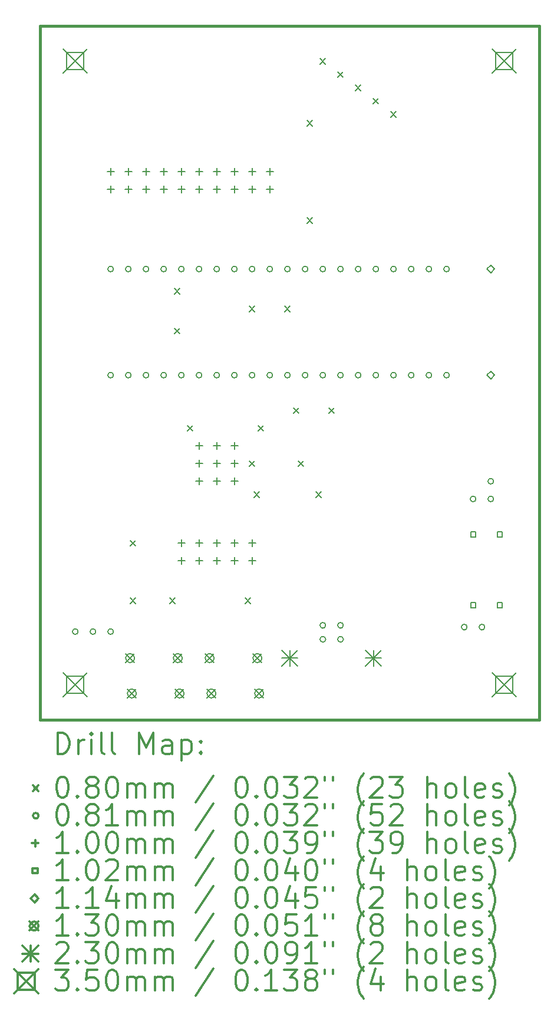
<source format=gbr>
%FSLAX45Y45*%
G04 Gerber Fmt 4.5, Leading zero omitted, Abs format (unit mm)*
G04 Created by KiCad (PCBNEW 4.0.5+dfsg1-4) date Wed May 24 13:42:25 2017*
%MOMM*%
%LPD*%
G01*
G04 APERTURE LIST*
%ADD10C,0.127000*%
%ADD11C,0.381000*%
%ADD12C,0.200000*%
%ADD13C,0.300000*%
G04 APERTURE END LIST*
D10*
D11*
X9144000Y-13970000D02*
X16319500Y-13970000D01*
X9144000Y-4000500D02*
X16319500Y-4000500D01*
X16319500Y-13970000D02*
X16319500Y-4000500D01*
X9144000Y-13970000D02*
X9144000Y-4000500D01*
D12*
X10437495Y-11389995D02*
X10517505Y-11470005D01*
X10517505Y-11389995D02*
X10437495Y-11470005D01*
X10437495Y-12215495D02*
X10517505Y-12295505D01*
X10517505Y-12215495D02*
X10437495Y-12295505D01*
X11008995Y-12215495D02*
X11089005Y-12295505D01*
X11089005Y-12215495D02*
X11008995Y-12295505D01*
X11072495Y-7770495D02*
X11152505Y-7850505D01*
X11152505Y-7770495D02*
X11072495Y-7850505D01*
X11072495Y-8341995D02*
X11152505Y-8422005D01*
X11152505Y-8341995D02*
X11072495Y-8422005D01*
X11262995Y-9738995D02*
X11343005Y-9819005D01*
X11343005Y-9738995D02*
X11262995Y-9819005D01*
X12088495Y-12215495D02*
X12168505Y-12295505D01*
X12168505Y-12215495D02*
X12088495Y-12295505D01*
X12151995Y-8024495D02*
X12232005Y-8104505D01*
X12232005Y-8024495D02*
X12151995Y-8104505D01*
X12151995Y-10246995D02*
X12232005Y-10327005D01*
X12232005Y-10246995D02*
X12151995Y-10327005D01*
X12215495Y-10691495D02*
X12295505Y-10771505D01*
X12295505Y-10691495D02*
X12215495Y-10771505D01*
X12278995Y-9738995D02*
X12359005Y-9819005D01*
X12359005Y-9738995D02*
X12278995Y-9819005D01*
X12659995Y-8024495D02*
X12740005Y-8104505D01*
X12740005Y-8024495D02*
X12659995Y-8104505D01*
X12786995Y-9484995D02*
X12867005Y-9565005D01*
X12867005Y-9484995D02*
X12786995Y-9565005D01*
X12850495Y-10246995D02*
X12930505Y-10327005D01*
X12930505Y-10246995D02*
X12850495Y-10327005D01*
X12977495Y-5357495D02*
X13057505Y-5437505D01*
X13057505Y-5357495D02*
X12977495Y-5437505D01*
X12977495Y-6754495D02*
X13057505Y-6834505D01*
X13057505Y-6754495D02*
X12977495Y-6834505D01*
X13104495Y-10691495D02*
X13184505Y-10771505D01*
X13184505Y-10691495D02*
X13104495Y-10771505D01*
X13167995Y-4468495D02*
X13248005Y-4548505D01*
X13248005Y-4468495D02*
X13167995Y-4548505D01*
X13294995Y-9484995D02*
X13375005Y-9565005D01*
X13375005Y-9484995D02*
X13294995Y-9565005D01*
X13421995Y-4658995D02*
X13502005Y-4739005D01*
X13502005Y-4658995D02*
X13421995Y-4739005D01*
X13675995Y-4849495D02*
X13756005Y-4929505D01*
X13756005Y-4849495D02*
X13675995Y-4929505D01*
X13929995Y-5039995D02*
X14010005Y-5120005D01*
X14010005Y-5039995D02*
X13929995Y-5120005D01*
X14183995Y-5230495D02*
X14264005Y-5310505D01*
X14264005Y-5230495D02*
X14183995Y-5310505D01*
X9692640Y-12700000D02*
G75*
G03X9692640Y-12700000I-40640J0D01*
G01*
X9946640Y-12700000D02*
G75*
G03X9946640Y-12700000I-40640J0D01*
G01*
X10200640Y-7493000D02*
G75*
G03X10200640Y-7493000I-40640J0D01*
G01*
X10200640Y-9017000D02*
G75*
G03X10200640Y-9017000I-40640J0D01*
G01*
X10200640Y-12700000D02*
G75*
G03X10200640Y-12700000I-40640J0D01*
G01*
X10454640Y-7493000D02*
G75*
G03X10454640Y-7493000I-40640J0D01*
G01*
X10454640Y-9017000D02*
G75*
G03X10454640Y-9017000I-40640J0D01*
G01*
X10708640Y-7493000D02*
G75*
G03X10708640Y-7493000I-40640J0D01*
G01*
X10708640Y-9017000D02*
G75*
G03X10708640Y-9017000I-40640J0D01*
G01*
X10962640Y-7493000D02*
G75*
G03X10962640Y-7493000I-40640J0D01*
G01*
X10962640Y-9017000D02*
G75*
G03X10962640Y-9017000I-40640J0D01*
G01*
X11216640Y-7493000D02*
G75*
G03X11216640Y-7493000I-40640J0D01*
G01*
X11216640Y-9017000D02*
G75*
G03X11216640Y-9017000I-40640J0D01*
G01*
X11470640Y-7493000D02*
G75*
G03X11470640Y-7493000I-40640J0D01*
G01*
X11470640Y-9017000D02*
G75*
G03X11470640Y-9017000I-40640J0D01*
G01*
X11724640Y-7493000D02*
G75*
G03X11724640Y-7493000I-40640J0D01*
G01*
X11724640Y-9017000D02*
G75*
G03X11724640Y-9017000I-40640J0D01*
G01*
X11978640Y-7493000D02*
G75*
G03X11978640Y-7493000I-40640J0D01*
G01*
X11978640Y-9017000D02*
G75*
G03X11978640Y-9017000I-40640J0D01*
G01*
X12232640Y-7493000D02*
G75*
G03X12232640Y-7493000I-40640J0D01*
G01*
X12232640Y-9017000D02*
G75*
G03X12232640Y-9017000I-40640J0D01*
G01*
X12486640Y-7493000D02*
G75*
G03X12486640Y-7493000I-40640J0D01*
G01*
X12486640Y-9017000D02*
G75*
G03X12486640Y-9017000I-40640J0D01*
G01*
X12740640Y-7493000D02*
G75*
G03X12740640Y-7493000I-40640J0D01*
G01*
X12740640Y-9017000D02*
G75*
G03X12740640Y-9017000I-40640J0D01*
G01*
X12994640Y-7493000D02*
G75*
G03X12994640Y-7493000I-40640J0D01*
G01*
X12994640Y-9017000D02*
G75*
G03X12994640Y-9017000I-40640J0D01*
G01*
X13248640Y-7493000D02*
G75*
G03X13248640Y-7493000I-40640J0D01*
G01*
X13248640Y-9017000D02*
G75*
G03X13248640Y-9017000I-40640J0D01*
G01*
X13248640Y-12611100D02*
G75*
G03X13248640Y-12611100I-40640J0D01*
G01*
X13248640Y-12810998D02*
G75*
G03X13248640Y-12810998I-40640J0D01*
G01*
X13502640Y-7493000D02*
G75*
G03X13502640Y-7493000I-40640J0D01*
G01*
X13502640Y-9017000D02*
G75*
G03X13502640Y-9017000I-40640J0D01*
G01*
X13502640Y-12611100D02*
G75*
G03X13502640Y-12611100I-40640J0D01*
G01*
X13502640Y-12810998D02*
G75*
G03X13502640Y-12810998I-40640J0D01*
G01*
X13756640Y-7493000D02*
G75*
G03X13756640Y-7493000I-40640J0D01*
G01*
X13756640Y-9017000D02*
G75*
G03X13756640Y-9017000I-40640J0D01*
G01*
X14010640Y-7493000D02*
G75*
G03X14010640Y-7493000I-40640J0D01*
G01*
X14010640Y-9017000D02*
G75*
G03X14010640Y-9017000I-40640J0D01*
G01*
X14264640Y-7493000D02*
G75*
G03X14264640Y-7493000I-40640J0D01*
G01*
X14264640Y-9017000D02*
G75*
G03X14264640Y-9017000I-40640J0D01*
G01*
X14518640Y-7493000D02*
G75*
G03X14518640Y-7493000I-40640J0D01*
G01*
X14518640Y-9017000D02*
G75*
G03X14518640Y-9017000I-40640J0D01*
G01*
X14772640Y-7493000D02*
G75*
G03X14772640Y-7493000I-40640J0D01*
G01*
X14772640Y-9017000D02*
G75*
G03X14772640Y-9017000I-40640J0D01*
G01*
X15026640Y-7493000D02*
G75*
G03X15026640Y-7493000I-40640J0D01*
G01*
X15026640Y-9017000D02*
G75*
G03X15026640Y-9017000I-40640J0D01*
G01*
X15280640Y-12636500D02*
G75*
G03X15280640Y-12636500I-40640J0D01*
G01*
X15407640Y-10795000D02*
G75*
G03X15407640Y-10795000I-40640J0D01*
G01*
X15534640Y-12636500D02*
G75*
G03X15534640Y-12636500I-40640J0D01*
G01*
X15661640Y-10541000D02*
G75*
G03X15661640Y-10541000I-40640J0D01*
G01*
X15661640Y-10795000D02*
G75*
G03X15661640Y-10795000I-40640J0D01*
G01*
X10160000Y-6045962D02*
X10160000Y-6146038D01*
X10109962Y-6096000D02*
X10210038Y-6096000D01*
X10160000Y-6299962D02*
X10160000Y-6400038D01*
X10109962Y-6350000D02*
X10210038Y-6350000D01*
X10414000Y-6045962D02*
X10414000Y-6146038D01*
X10363962Y-6096000D02*
X10464038Y-6096000D01*
X10414000Y-6299962D02*
X10414000Y-6400038D01*
X10363962Y-6350000D02*
X10464038Y-6350000D01*
X10668000Y-6045962D02*
X10668000Y-6146038D01*
X10617962Y-6096000D02*
X10718038Y-6096000D01*
X10668000Y-6299962D02*
X10668000Y-6400038D01*
X10617962Y-6350000D02*
X10718038Y-6350000D01*
X10922000Y-6045962D02*
X10922000Y-6146038D01*
X10871962Y-6096000D02*
X10972038Y-6096000D01*
X10922000Y-6299962D02*
X10922000Y-6400038D01*
X10871962Y-6350000D02*
X10972038Y-6350000D01*
X11176000Y-6045962D02*
X11176000Y-6146038D01*
X11125962Y-6096000D02*
X11226038Y-6096000D01*
X11176000Y-6299962D02*
X11176000Y-6400038D01*
X11125962Y-6350000D02*
X11226038Y-6350000D01*
X11176000Y-11379962D02*
X11176000Y-11480038D01*
X11125962Y-11430000D02*
X11226038Y-11430000D01*
X11176000Y-11633962D02*
X11176000Y-11734038D01*
X11125962Y-11684000D02*
X11226038Y-11684000D01*
X11430000Y-6045962D02*
X11430000Y-6146038D01*
X11379962Y-6096000D02*
X11480038Y-6096000D01*
X11430000Y-6299962D02*
X11430000Y-6400038D01*
X11379962Y-6350000D02*
X11480038Y-6350000D01*
X11430000Y-9982962D02*
X11430000Y-10083038D01*
X11379962Y-10033000D02*
X11480038Y-10033000D01*
X11430000Y-10236962D02*
X11430000Y-10337038D01*
X11379962Y-10287000D02*
X11480038Y-10287000D01*
X11430000Y-10490962D02*
X11430000Y-10591038D01*
X11379962Y-10541000D02*
X11480038Y-10541000D01*
X11430000Y-11379962D02*
X11430000Y-11480038D01*
X11379962Y-11430000D02*
X11480038Y-11430000D01*
X11430000Y-11633962D02*
X11430000Y-11734038D01*
X11379962Y-11684000D02*
X11480038Y-11684000D01*
X11684000Y-6045962D02*
X11684000Y-6146038D01*
X11633962Y-6096000D02*
X11734038Y-6096000D01*
X11684000Y-6299962D02*
X11684000Y-6400038D01*
X11633962Y-6350000D02*
X11734038Y-6350000D01*
X11684000Y-9982962D02*
X11684000Y-10083038D01*
X11633962Y-10033000D02*
X11734038Y-10033000D01*
X11684000Y-10236962D02*
X11684000Y-10337038D01*
X11633962Y-10287000D02*
X11734038Y-10287000D01*
X11684000Y-10490962D02*
X11684000Y-10591038D01*
X11633962Y-10541000D02*
X11734038Y-10541000D01*
X11684000Y-11379962D02*
X11684000Y-11480038D01*
X11633962Y-11430000D02*
X11734038Y-11430000D01*
X11684000Y-11633962D02*
X11684000Y-11734038D01*
X11633962Y-11684000D02*
X11734038Y-11684000D01*
X11938000Y-6045962D02*
X11938000Y-6146038D01*
X11887962Y-6096000D02*
X11988038Y-6096000D01*
X11938000Y-6299962D02*
X11938000Y-6400038D01*
X11887962Y-6350000D02*
X11988038Y-6350000D01*
X11938000Y-9982962D02*
X11938000Y-10083038D01*
X11887962Y-10033000D02*
X11988038Y-10033000D01*
X11938000Y-10236962D02*
X11938000Y-10337038D01*
X11887962Y-10287000D02*
X11988038Y-10287000D01*
X11938000Y-10490962D02*
X11938000Y-10591038D01*
X11887962Y-10541000D02*
X11988038Y-10541000D01*
X11938000Y-11379962D02*
X11938000Y-11480038D01*
X11887962Y-11430000D02*
X11988038Y-11430000D01*
X11938000Y-11633962D02*
X11938000Y-11734038D01*
X11887962Y-11684000D02*
X11988038Y-11684000D01*
X12192000Y-6045962D02*
X12192000Y-6146038D01*
X12141962Y-6096000D02*
X12242038Y-6096000D01*
X12192000Y-6299962D02*
X12192000Y-6400038D01*
X12141962Y-6350000D02*
X12242038Y-6350000D01*
X12192000Y-11379962D02*
X12192000Y-11480038D01*
X12141962Y-11430000D02*
X12242038Y-11430000D01*
X12192000Y-11633962D02*
X12192000Y-11734038D01*
X12141962Y-11684000D02*
X12242038Y-11684000D01*
X12446000Y-6045962D02*
X12446000Y-6146038D01*
X12395962Y-6096000D02*
X12496038Y-6096000D01*
X12446000Y-6299962D02*
X12446000Y-6400038D01*
X12395962Y-6350000D02*
X12496038Y-6350000D01*
X15402921Y-11338921D02*
X15402921Y-11267079D01*
X15331079Y-11267079D01*
X15331079Y-11338921D01*
X15402921Y-11338921D01*
X15402921Y-12354921D02*
X15402921Y-12283079D01*
X15331079Y-12283079D01*
X15331079Y-12354921D01*
X15402921Y-12354921D01*
X15783921Y-11338921D02*
X15783921Y-11267079D01*
X15712079Y-11267079D01*
X15712079Y-11338921D01*
X15783921Y-11338921D01*
X15783921Y-12354921D02*
X15783921Y-12283079D01*
X15712079Y-12283079D01*
X15712079Y-12354921D01*
X15783921Y-12354921D01*
X15621000Y-7550150D02*
X15678150Y-7493000D01*
X15621000Y-7435850D01*
X15563850Y-7493000D01*
X15621000Y-7550150D01*
X15621000Y-9074150D02*
X15678150Y-9017000D01*
X15621000Y-8959850D01*
X15563850Y-9017000D01*
X15621000Y-9074150D01*
X10374376Y-13015976D02*
X10504424Y-13146024D01*
X10504424Y-13015976D02*
X10374376Y-13146024D01*
X10504424Y-13081000D02*
G75*
G03X10504424Y-13081000I-65024J0D01*
G01*
X10399776Y-13523976D02*
X10529824Y-13654024D01*
X10529824Y-13523976D02*
X10399776Y-13654024D01*
X10529824Y-13589000D02*
G75*
G03X10529824Y-13589000I-65024J0D01*
G01*
X11060176Y-13015976D02*
X11190224Y-13146024D01*
X11190224Y-13015976D02*
X11060176Y-13146024D01*
X11190224Y-13081000D02*
G75*
G03X11190224Y-13081000I-65024J0D01*
G01*
X11085576Y-13523976D02*
X11215624Y-13654024D01*
X11215624Y-13523976D02*
X11085576Y-13654024D01*
X11215624Y-13589000D02*
G75*
G03X11215624Y-13589000I-65024J0D01*
G01*
X11517376Y-13015976D02*
X11647424Y-13146024D01*
X11647424Y-13015976D02*
X11517376Y-13146024D01*
X11647424Y-13081000D02*
G75*
G03X11647424Y-13081000I-65024J0D01*
G01*
X11542776Y-13523976D02*
X11672824Y-13654024D01*
X11672824Y-13523976D02*
X11542776Y-13654024D01*
X11672824Y-13589000D02*
G75*
G03X11672824Y-13589000I-65024J0D01*
G01*
X12203176Y-13015976D02*
X12333224Y-13146024D01*
X12333224Y-13015976D02*
X12203176Y-13146024D01*
X12333224Y-13081000D02*
G75*
G03X12333224Y-13081000I-65024J0D01*
G01*
X12228576Y-13523976D02*
X12358624Y-13654024D01*
X12358624Y-13523976D02*
X12228576Y-13654024D01*
X12358624Y-13589000D02*
G75*
G03X12358624Y-13589000I-65024J0D01*
G01*
X12619990Y-12965938D02*
X12850114Y-13196062D01*
X12850114Y-12965938D02*
X12619990Y-13196062D01*
X12735052Y-12965938D02*
X12735052Y-13196062D01*
X12619990Y-13081000D02*
X12850114Y-13081000D01*
X13819886Y-12965938D02*
X14050010Y-13196062D01*
X14050010Y-12965938D02*
X13819886Y-13196062D01*
X13934948Y-12965938D02*
X13934948Y-13196062D01*
X13819886Y-13081000D02*
X14050010Y-13081000D01*
X9476994Y-4333494D02*
X9827006Y-4683506D01*
X9827006Y-4333494D02*
X9476994Y-4683506D01*
X9775749Y-4632249D02*
X9775749Y-4384751D01*
X9528251Y-4384751D01*
X9528251Y-4632249D01*
X9775749Y-4632249D01*
X9476994Y-13286994D02*
X9827006Y-13637006D01*
X9827006Y-13286994D02*
X9476994Y-13637006D01*
X9775749Y-13585749D02*
X9775749Y-13338251D01*
X9528251Y-13338251D01*
X9528251Y-13585749D01*
X9775749Y-13585749D01*
X15636494Y-4333494D02*
X15986506Y-4683506D01*
X15986506Y-4333494D02*
X15636494Y-4683506D01*
X15935249Y-4632249D02*
X15935249Y-4384751D01*
X15687751Y-4384751D01*
X15687751Y-4632249D01*
X15935249Y-4632249D01*
X15636494Y-13286994D02*
X15986506Y-13637006D01*
X15986506Y-13286994D02*
X15636494Y-13637006D01*
X15935249Y-13585749D02*
X15935249Y-13338251D01*
X15687751Y-13338251D01*
X15687751Y-13585749D01*
X15935249Y-13585749D01*
D13*
X9396379Y-14454764D02*
X9396379Y-14154764D01*
X9467807Y-14154764D01*
X9510664Y-14169050D01*
X9539236Y-14197621D01*
X9553521Y-14226193D01*
X9567807Y-14283336D01*
X9567807Y-14326193D01*
X9553521Y-14383336D01*
X9539236Y-14411907D01*
X9510664Y-14440479D01*
X9467807Y-14454764D01*
X9396379Y-14454764D01*
X9696379Y-14454764D02*
X9696379Y-14254764D01*
X9696379Y-14311907D02*
X9710664Y-14283336D01*
X9724950Y-14269050D01*
X9753521Y-14254764D01*
X9782093Y-14254764D01*
X9882093Y-14454764D02*
X9882093Y-14254764D01*
X9882093Y-14154764D02*
X9867807Y-14169050D01*
X9882093Y-14183336D01*
X9896379Y-14169050D01*
X9882093Y-14154764D01*
X9882093Y-14183336D01*
X10067807Y-14454764D02*
X10039236Y-14440479D01*
X10024950Y-14411907D01*
X10024950Y-14154764D01*
X10224950Y-14454764D02*
X10196379Y-14440479D01*
X10182093Y-14411907D01*
X10182093Y-14154764D01*
X10567807Y-14454764D02*
X10567807Y-14154764D01*
X10667807Y-14369050D01*
X10767807Y-14154764D01*
X10767807Y-14454764D01*
X11039236Y-14454764D02*
X11039236Y-14297621D01*
X11024950Y-14269050D01*
X10996379Y-14254764D01*
X10939236Y-14254764D01*
X10910664Y-14269050D01*
X11039236Y-14440479D02*
X11010664Y-14454764D01*
X10939236Y-14454764D01*
X10910664Y-14440479D01*
X10896379Y-14411907D01*
X10896379Y-14383336D01*
X10910664Y-14354764D01*
X10939236Y-14340479D01*
X11010664Y-14340479D01*
X11039236Y-14326193D01*
X11182093Y-14254764D02*
X11182093Y-14554764D01*
X11182093Y-14269050D02*
X11210664Y-14254764D01*
X11267807Y-14254764D01*
X11296378Y-14269050D01*
X11310664Y-14283336D01*
X11324950Y-14311907D01*
X11324950Y-14397621D01*
X11310664Y-14426193D01*
X11296378Y-14440479D01*
X11267807Y-14454764D01*
X11210664Y-14454764D01*
X11182093Y-14440479D01*
X11453521Y-14426193D02*
X11467807Y-14440479D01*
X11453521Y-14454764D01*
X11439236Y-14440479D01*
X11453521Y-14426193D01*
X11453521Y-14454764D01*
X11453521Y-14269050D02*
X11467807Y-14283336D01*
X11453521Y-14297621D01*
X11439236Y-14283336D01*
X11453521Y-14269050D01*
X11453521Y-14297621D01*
X9044940Y-14909045D02*
X9124950Y-14989055D01*
X9124950Y-14909045D02*
X9044940Y-14989055D01*
X9453521Y-14784764D02*
X9482093Y-14784764D01*
X9510664Y-14799050D01*
X9524950Y-14813336D01*
X9539236Y-14841907D01*
X9553521Y-14899050D01*
X9553521Y-14970479D01*
X9539236Y-15027621D01*
X9524950Y-15056193D01*
X9510664Y-15070479D01*
X9482093Y-15084764D01*
X9453521Y-15084764D01*
X9424950Y-15070479D01*
X9410664Y-15056193D01*
X9396379Y-15027621D01*
X9382093Y-14970479D01*
X9382093Y-14899050D01*
X9396379Y-14841907D01*
X9410664Y-14813336D01*
X9424950Y-14799050D01*
X9453521Y-14784764D01*
X9682093Y-15056193D02*
X9696379Y-15070479D01*
X9682093Y-15084764D01*
X9667807Y-15070479D01*
X9682093Y-15056193D01*
X9682093Y-15084764D01*
X9867807Y-14913336D02*
X9839236Y-14899050D01*
X9824950Y-14884764D01*
X9810664Y-14856193D01*
X9810664Y-14841907D01*
X9824950Y-14813336D01*
X9839236Y-14799050D01*
X9867807Y-14784764D01*
X9924950Y-14784764D01*
X9953521Y-14799050D01*
X9967807Y-14813336D01*
X9982093Y-14841907D01*
X9982093Y-14856193D01*
X9967807Y-14884764D01*
X9953521Y-14899050D01*
X9924950Y-14913336D01*
X9867807Y-14913336D01*
X9839236Y-14927621D01*
X9824950Y-14941907D01*
X9810664Y-14970479D01*
X9810664Y-15027621D01*
X9824950Y-15056193D01*
X9839236Y-15070479D01*
X9867807Y-15084764D01*
X9924950Y-15084764D01*
X9953521Y-15070479D01*
X9967807Y-15056193D01*
X9982093Y-15027621D01*
X9982093Y-14970479D01*
X9967807Y-14941907D01*
X9953521Y-14927621D01*
X9924950Y-14913336D01*
X10167807Y-14784764D02*
X10196379Y-14784764D01*
X10224950Y-14799050D01*
X10239236Y-14813336D01*
X10253521Y-14841907D01*
X10267807Y-14899050D01*
X10267807Y-14970479D01*
X10253521Y-15027621D01*
X10239236Y-15056193D01*
X10224950Y-15070479D01*
X10196379Y-15084764D01*
X10167807Y-15084764D01*
X10139236Y-15070479D01*
X10124950Y-15056193D01*
X10110664Y-15027621D01*
X10096379Y-14970479D01*
X10096379Y-14899050D01*
X10110664Y-14841907D01*
X10124950Y-14813336D01*
X10139236Y-14799050D01*
X10167807Y-14784764D01*
X10396379Y-15084764D02*
X10396379Y-14884764D01*
X10396379Y-14913336D02*
X10410664Y-14899050D01*
X10439236Y-14884764D01*
X10482093Y-14884764D01*
X10510664Y-14899050D01*
X10524950Y-14927621D01*
X10524950Y-15084764D01*
X10524950Y-14927621D02*
X10539236Y-14899050D01*
X10567807Y-14884764D01*
X10610664Y-14884764D01*
X10639236Y-14899050D01*
X10653521Y-14927621D01*
X10653521Y-15084764D01*
X10796379Y-15084764D02*
X10796379Y-14884764D01*
X10796379Y-14913336D02*
X10810664Y-14899050D01*
X10839236Y-14884764D01*
X10882093Y-14884764D01*
X10910664Y-14899050D01*
X10924950Y-14927621D01*
X10924950Y-15084764D01*
X10924950Y-14927621D02*
X10939236Y-14899050D01*
X10967807Y-14884764D01*
X11010664Y-14884764D01*
X11039236Y-14899050D01*
X11053521Y-14927621D01*
X11053521Y-15084764D01*
X11639236Y-14770479D02*
X11382093Y-15156193D01*
X12024950Y-14784764D02*
X12053521Y-14784764D01*
X12082093Y-14799050D01*
X12096378Y-14813336D01*
X12110664Y-14841907D01*
X12124950Y-14899050D01*
X12124950Y-14970479D01*
X12110664Y-15027621D01*
X12096378Y-15056193D01*
X12082093Y-15070479D01*
X12053521Y-15084764D01*
X12024950Y-15084764D01*
X11996378Y-15070479D01*
X11982093Y-15056193D01*
X11967807Y-15027621D01*
X11953521Y-14970479D01*
X11953521Y-14899050D01*
X11967807Y-14841907D01*
X11982093Y-14813336D01*
X11996378Y-14799050D01*
X12024950Y-14784764D01*
X12253521Y-15056193D02*
X12267807Y-15070479D01*
X12253521Y-15084764D01*
X12239236Y-15070479D01*
X12253521Y-15056193D01*
X12253521Y-15084764D01*
X12453521Y-14784764D02*
X12482093Y-14784764D01*
X12510664Y-14799050D01*
X12524950Y-14813336D01*
X12539235Y-14841907D01*
X12553521Y-14899050D01*
X12553521Y-14970479D01*
X12539235Y-15027621D01*
X12524950Y-15056193D01*
X12510664Y-15070479D01*
X12482093Y-15084764D01*
X12453521Y-15084764D01*
X12424950Y-15070479D01*
X12410664Y-15056193D01*
X12396378Y-15027621D01*
X12382093Y-14970479D01*
X12382093Y-14899050D01*
X12396378Y-14841907D01*
X12410664Y-14813336D01*
X12424950Y-14799050D01*
X12453521Y-14784764D01*
X12653521Y-14784764D02*
X12839235Y-14784764D01*
X12739235Y-14899050D01*
X12782093Y-14899050D01*
X12810664Y-14913336D01*
X12824950Y-14927621D01*
X12839235Y-14956193D01*
X12839235Y-15027621D01*
X12824950Y-15056193D01*
X12810664Y-15070479D01*
X12782093Y-15084764D01*
X12696378Y-15084764D01*
X12667807Y-15070479D01*
X12653521Y-15056193D01*
X12953521Y-14813336D02*
X12967807Y-14799050D01*
X12996378Y-14784764D01*
X13067807Y-14784764D01*
X13096378Y-14799050D01*
X13110664Y-14813336D01*
X13124950Y-14841907D01*
X13124950Y-14870479D01*
X13110664Y-14913336D01*
X12939235Y-15084764D01*
X13124950Y-15084764D01*
X13239236Y-14784764D02*
X13239236Y-14841907D01*
X13353521Y-14784764D02*
X13353521Y-14841907D01*
X13796378Y-15199050D02*
X13782093Y-15184764D01*
X13753521Y-15141907D01*
X13739235Y-15113336D01*
X13724950Y-15070479D01*
X13710664Y-14999050D01*
X13710664Y-14941907D01*
X13724950Y-14870479D01*
X13739235Y-14827621D01*
X13753521Y-14799050D01*
X13782093Y-14756193D01*
X13796378Y-14741907D01*
X13896378Y-14813336D02*
X13910664Y-14799050D01*
X13939235Y-14784764D01*
X14010664Y-14784764D01*
X14039235Y-14799050D01*
X14053521Y-14813336D01*
X14067807Y-14841907D01*
X14067807Y-14870479D01*
X14053521Y-14913336D01*
X13882093Y-15084764D01*
X14067807Y-15084764D01*
X14167807Y-14784764D02*
X14353521Y-14784764D01*
X14253521Y-14899050D01*
X14296378Y-14899050D01*
X14324950Y-14913336D01*
X14339235Y-14927621D01*
X14353521Y-14956193D01*
X14353521Y-15027621D01*
X14339235Y-15056193D01*
X14324950Y-15070479D01*
X14296378Y-15084764D01*
X14210664Y-15084764D01*
X14182093Y-15070479D01*
X14167807Y-15056193D01*
X14710664Y-15084764D02*
X14710664Y-14784764D01*
X14839235Y-15084764D02*
X14839235Y-14927621D01*
X14824950Y-14899050D01*
X14796378Y-14884764D01*
X14753521Y-14884764D01*
X14724950Y-14899050D01*
X14710664Y-14913336D01*
X15024950Y-15084764D02*
X14996378Y-15070479D01*
X14982093Y-15056193D01*
X14967807Y-15027621D01*
X14967807Y-14941907D01*
X14982093Y-14913336D01*
X14996378Y-14899050D01*
X15024950Y-14884764D01*
X15067807Y-14884764D01*
X15096378Y-14899050D01*
X15110664Y-14913336D01*
X15124950Y-14941907D01*
X15124950Y-15027621D01*
X15110664Y-15056193D01*
X15096378Y-15070479D01*
X15067807Y-15084764D01*
X15024950Y-15084764D01*
X15296378Y-15084764D02*
X15267807Y-15070479D01*
X15253521Y-15041907D01*
X15253521Y-14784764D01*
X15524950Y-15070479D02*
X15496378Y-15084764D01*
X15439236Y-15084764D01*
X15410664Y-15070479D01*
X15396378Y-15041907D01*
X15396378Y-14927621D01*
X15410664Y-14899050D01*
X15439236Y-14884764D01*
X15496378Y-14884764D01*
X15524950Y-14899050D01*
X15539236Y-14927621D01*
X15539236Y-14956193D01*
X15396378Y-14984764D01*
X15653521Y-15070479D02*
X15682093Y-15084764D01*
X15739236Y-15084764D01*
X15767807Y-15070479D01*
X15782093Y-15041907D01*
X15782093Y-15027621D01*
X15767807Y-14999050D01*
X15739236Y-14984764D01*
X15696378Y-14984764D01*
X15667807Y-14970479D01*
X15653521Y-14941907D01*
X15653521Y-14927621D01*
X15667807Y-14899050D01*
X15696378Y-14884764D01*
X15739236Y-14884764D01*
X15767807Y-14899050D01*
X15882093Y-15199050D02*
X15896378Y-15184764D01*
X15924950Y-15141907D01*
X15939236Y-15113336D01*
X15953521Y-15070479D01*
X15967807Y-14999050D01*
X15967807Y-14941907D01*
X15953521Y-14870479D01*
X15939236Y-14827621D01*
X15924950Y-14799050D01*
X15896378Y-14756193D01*
X15882093Y-14741907D01*
X9124950Y-15345050D02*
G75*
G03X9124950Y-15345050I-40640J0D01*
G01*
X9453521Y-15180764D02*
X9482093Y-15180764D01*
X9510664Y-15195050D01*
X9524950Y-15209336D01*
X9539236Y-15237907D01*
X9553521Y-15295050D01*
X9553521Y-15366479D01*
X9539236Y-15423621D01*
X9524950Y-15452193D01*
X9510664Y-15466479D01*
X9482093Y-15480764D01*
X9453521Y-15480764D01*
X9424950Y-15466479D01*
X9410664Y-15452193D01*
X9396379Y-15423621D01*
X9382093Y-15366479D01*
X9382093Y-15295050D01*
X9396379Y-15237907D01*
X9410664Y-15209336D01*
X9424950Y-15195050D01*
X9453521Y-15180764D01*
X9682093Y-15452193D02*
X9696379Y-15466479D01*
X9682093Y-15480764D01*
X9667807Y-15466479D01*
X9682093Y-15452193D01*
X9682093Y-15480764D01*
X9867807Y-15309336D02*
X9839236Y-15295050D01*
X9824950Y-15280764D01*
X9810664Y-15252193D01*
X9810664Y-15237907D01*
X9824950Y-15209336D01*
X9839236Y-15195050D01*
X9867807Y-15180764D01*
X9924950Y-15180764D01*
X9953521Y-15195050D01*
X9967807Y-15209336D01*
X9982093Y-15237907D01*
X9982093Y-15252193D01*
X9967807Y-15280764D01*
X9953521Y-15295050D01*
X9924950Y-15309336D01*
X9867807Y-15309336D01*
X9839236Y-15323621D01*
X9824950Y-15337907D01*
X9810664Y-15366479D01*
X9810664Y-15423621D01*
X9824950Y-15452193D01*
X9839236Y-15466479D01*
X9867807Y-15480764D01*
X9924950Y-15480764D01*
X9953521Y-15466479D01*
X9967807Y-15452193D01*
X9982093Y-15423621D01*
X9982093Y-15366479D01*
X9967807Y-15337907D01*
X9953521Y-15323621D01*
X9924950Y-15309336D01*
X10267807Y-15480764D02*
X10096379Y-15480764D01*
X10182093Y-15480764D02*
X10182093Y-15180764D01*
X10153521Y-15223621D01*
X10124950Y-15252193D01*
X10096379Y-15266479D01*
X10396379Y-15480764D02*
X10396379Y-15280764D01*
X10396379Y-15309336D02*
X10410664Y-15295050D01*
X10439236Y-15280764D01*
X10482093Y-15280764D01*
X10510664Y-15295050D01*
X10524950Y-15323621D01*
X10524950Y-15480764D01*
X10524950Y-15323621D02*
X10539236Y-15295050D01*
X10567807Y-15280764D01*
X10610664Y-15280764D01*
X10639236Y-15295050D01*
X10653521Y-15323621D01*
X10653521Y-15480764D01*
X10796379Y-15480764D02*
X10796379Y-15280764D01*
X10796379Y-15309336D02*
X10810664Y-15295050D01*
X10839236Y-15280764D01*
X10882093Y-15280764D01*
X10910664Y-15295050D01*
X10924950Y-15323621D01*
X10924950Y-15480764D01*
X10924950Y-15323621D02*
X10939236Y-15295050D01*
X10967807Y-15280764D01*
X11010664Y-15280764D01*
X11039236Y-15295050D01*
X11053521Y-15323621D01*
X11053521Y-15480764D01*
X11639236Y-15166479D02*
X11382093Y-15552193D01*
X12024950Y-15180764D02*
X12053521Y-15180764D01*
X12082093Y-15195050D01*
X12096378Y-15209336D01*
X12110664Y-15237907D01*
X12124950Y-15295050D01*
X12124950Y-15366479D01*
X12110664Y-15423621D01*
X12096378Y-15452193D01*
X12082093Y-15466479D01*
X12053521Y-15480764D01*
X12024950Y-15480764D01*
X11996378Y-15466479D01*
X11982093Y-15452193D01*
X11967807Y-15423621D01*
X11953521Y-15366479D01*
X11953521Y-15295050D01*
X11967807Y-15237907D01*
X11982093Y-15209336D01*
X11996378Y-15195050D01*
X12024950Y-15180764D01*
X12253521Y-15452193D02*
X12267807Y-15466479D01*
X12253521Y-15480764D01*
X12239236Y-15466479D01*
X12253521Y-15452193D01*
X12253521Y-15480764D01*
X12453521Y-15180764D02*
X12482093Y-15180764D01*
X12510664Y-15195050D01*
X12524950Y-15209336D01*
X12539235Y-15237907D01*
X12553521Y-15295050D01*
X12553521Y-15366479D01*
X12539235Y-15423621D01*
X12524950Y-15452193D01*
X12510664Y-15466479D01*
X12482093Y-15480764D01*
X12453521Y-15480764D01*
X12424950Y-15466479D01*
X12410664Y-15452193D01*
X12396378Y-15423621D01*
X12382093Y-15366479D01*
X12382093Y-15295050D01*
X12396378Y-15237907D01*
X12410664Y-15209336D01*
X12424950Y-15195050D01*
X12453521Y-15180764D01*
X12653521Y-15180764D02*
X12839235Y-15180764D01*
X12739235Y-15295050D01*
X12782093Y-15295050D01*
X12810664Y-15309336D01*
X12824950Y-15323621D01*
X12839235Y-15352193D01*
X12839235Y-15423621D01*
X12824950Y-15452193D01*
X12810664Y-15466479D01*
X12782093Y-15480764D01*
X12696378Y-15480764D01*
X12667807Y-15466479D01*
X12653521Y-15452193D01*
X12953521Y-15209336D02*
X12967807Y-15195050D01*
X12996378Y-15180764D01*
X13067807Y-15180764D01*
X13096378Y-15195050D01*
X13110664Y-15209336D01*
X13124950Y-15237907D01*
X13124950Y-15266479D01*
X13110664Y-15309336D01*
X12939235Y-15480764D01*
X13124950Y-15480764D01*
X13239236Y-15180764D02*
X13239236Y-15237907D01*
X13353521Y-15180764D02*
X13353521Y-15237907D01*
X13796378Y-15595050D02*
X13782093Y-15580764D01*
X13753521Y-15537907D01*
X13739235Y-15509336D01*
X13724950Y-15466479D01*
X13710664Y-15395050D01*
X13710664Y-15337907D01*
X13724950Y-15266479D01*
X13739235Y-15223621D01*
X13753521Y-15195050D01*
X13782093Y-15152193D01*
X13796378Y-15137907D01*
X14053521Y-15180764D02*
X13910664Y-15180764D01*
X13896378Y-15323621D01*
X13910664Y-15309336D01*
X13939235Y-15295050D01*
X14010664Y-15295050D01*
X14039235Y-15309336D01*
X14053521Y-15323621D01*
X14067807Y-15352193D01*
X14067807Y-15423621D01*
X14053521Y-15452193D01*
X14039235Y-15466479D01*
X14010664Y-15480764D01*
X13939235Y-15480764D01*
X13910664Y-15466479D01*
X13896378Y-15452193D01*
X14182093Y-15209336D02*
X14196378Y-15195050D01*
X14224950Y-15180764D01*
X14296378Y-15180764D01*
X14324950Y-15195050D01*
X14339235Y-15209336D01*
X14353521Y-15237907D01*
X14353521Y-15266479D01*
X14339235Y-15309336D01*
X14167807Y-15480764D01*
X14353521Y-15480764D01*
X14710664Y-15480764D02*
X14710664Y-15180764D01*
X14839235Y-15480764D02*
X14839235Y-15323621D01*
X14824950Y-15295050D01*
X14796378Y-15280764D01*
X14753521Y-15280764D01*
X14724950Y-15295050D01*
X14710664Y-15309336D01*
X15024950Y-15480764D02*
X14996378Y-15466479D01*
X14982093Y-15452193D01*
X14967807Y-15423621D01*
X14967807Y-15337907D01*
X14982093Y-15309336D01*
X14996378Y-15295050D01*
X15024950Y-15280764D01*
X15067807Y-15280764D01*
X15096378Y-15295050D01*
X15110664Y-15309336D01*
X15124950Y-15337907D01*
X15124950Y-15423621D01*
X15110664Y-15452193D01*
X15096378Y-15466479D01*
X15067807Y-15480764D01*
X15024950Y-15480764D01*
X15296378Y-15480764D02*
X15267807Y-15466479D01*
X15253521Y-15437907D01*
X15253521Y-15180764D01*
X15524950Y-15466479D02*
X15496378Y-15480764D01*
X15439236Y-15480764D01*
X15410664Y-15466479D01*
X15396378Y-15437907D01*
X15396378Y-15323621D01*
X15410664Y-15295050D01*
X15439236Y-15280764D01*
X15496378Y-15280764D01*
X15524950Y-15295050D01*
X15539236Y-15323621D01*
X15539236Y-15352193D01*
X15396378Y-15380764D01*
X15653521Y-15466479D02*
X15682093Y-15480764D01*
X15739236Y-15480764D01*
X15767807Y-15466479D01*
X15782093Y-15437907D01*
X15782093Y-15423621D01*
X15767807Y-15395050D01*
X15739236Y-15380764D01*
X15696378Y-15380764D01*
X15667807Y-15366479D01*
X15653521Y-15337907D01*
X15653521Y-15323621D01*
X15667807Y-15295050D01*
X15696378Y-15280764D01*
X15739236Y-15280764D01*
X15767807Y-15295050D01*
X15882093Y-15595050D02*
X15896378Y-15580764D01*
X15924950Y-15537907D01*
X15939236Y-15509336D01*
X15953521Y-15466479D01*
X15967807Y-15395050D01*
X15967807Y-15337907D01*
X15953521Y-15266479D01*
X15939236Y-15223621D01*
X15924950Y-15195050D01*
X15896378Y-15152193D01*
X15882093Y-15137907D01*
X9074912Y-15691012D02*
X9074912Y-15791088D01*
X9024874Y-15741050D02*
X9124950Y-15741050D01*
X9553521Y-15876764D02*
X9382093Y-15876764D01*
X9467807Y-15876764D02*
X9467807Y-15576764D01*
X9439236Y-15619621D01*
X9410664Y-15648193D01*
X9382093Y-15662479D01*
X9682093Y-15848193D02*
X9696379Y-15862479D01*
X9682093Y-15876764D01*
X9667807Y-15862479D01*
X9682093Y-15848193D01*
X9682093Y-15876764D01*
X9882093Y-15576764D02*
X9910664Y-15576764D01*
X9939236Y-15591050D01*
X9953521Y-15605336D01*
X9967807Y-15633907D01*
X9982093Y-15691050D01*
X9982093Y-15762479D01*
X9967807Y-15819621D01*
X9953521Y-15848193D01*
X9939236Y-15862479D01*
X9910664Y-15876764D01*
X9882093Y-15876764D01*
X9853521Y-15862479D01*
X9839236Y-15848193D01*
X9824950Y-15819621D01*
X9810664Y-15762479D01*
X9810664Y-15691050D01*
X9824950Y-15633907D01*
X9839236Y-15605336D01*
X9853521Y-15591050D01*
X9882093Y-15576764D01*
X10167807Y-15576764D02*
X10196379Y-15576764D01*
X10224950Y-15591050D01*
X10239236Y-15605336D01*
X10253521Y-15633907D01*
X10267807Y-15691050D01*
X10267807Y-15762479D01*
X10253521Y-15819621D01*
X10239236Y-15848193D01*
X10224950Y-15862479D01*
X10196379Y-15876764D01*
X10167807Y-15876764D01*
X10139236Y-15862479D01*
X10124950Y-15848193D01*
X10110664Y-15819621D01*
X10096379Y-15762479D01*
X10096379Y-15691050D01*
X10110664Y-15633907D01*
X10124950Y-15605336D01*
X10139236Y-15591050D01*
X10167807Y-15576764D01*
X10396379Y-15876764D02*
X10396379Y-15676764D01*
X10396379Y-15705336D02*
X10410664Y-15691050D01*
X10439236Y-15676764D01*
X10482093Y-15676764D01*
X10510664Y-15691050D01*
X10524950Y-15719621D01*
X10524950Y-15876764D01*
X10524950Y-15719621D02*
X10539236Y-15691050D01*
X10567807Y-15676764D01*
X10610664Y-15676764D01*
X10639236Y-15691050D01*
X10653521Y-15719621D01*
X10653521Y-15876764D01*
X10796379Y-15876764D02*
X10796379Y-15676764D01*
X10796379Y-15705336D02*
X10810664Y-15691050D01*
X10839236Y-15676764D01*
X10882093Y-15676764D01*
X10910664Y-15691050D01*
X10924950Y-15719621D01*
X10924950Y-15876764D01*
X10924950Y-15719621D02*
X10939236Y-15691050D01*
X10967807Y-15676764D01*
X11010664Y-15676764D01*
X11039236Y-15691050D01*
X11053521Y-15719621D01*
X11053521Y-15876764D01*
X11639236Y-15562479D02*
X11382093Y-15948193D01*
X12024950Y-15576764D02*
X12053521Y-15576764D01*
X12082093Y-15591050D01*
X12096378Y-15605336D01*
X12110664Y-15633907D01*
X12124950Y-15691050D01*
X12124950Y-15762479D01*
X12110664Y-15819621D01*
X12096378Y-15848193D01*
X12082093Y-15862479D01*
X12053521Y-15876764D01*
X12024950Y-15876764D01*
X11996378Y-15862479D01*
X11982093Y-15848193D01*
X11967807Y-15819621D01*
X11953521Y-15762479D01*
X11953521Y-15691050D01*
X11967807Y-15633907D01*
X11982093Y-15605336D01*
X11996378Y-15591050D01*
X12024950Y-15576764D01*
X12253521Y-15848193D02*
X12267807Y-15862479D01*
X12253521Y-15876764D01*
X12239236Y-15862479D01*
X12253521Y-15848193D01*
X12253521Y-15876764D01*
X12453521Y-15576764D02*
X12482093Y-15576764D01*
X12510664Y-15591050D01*
X12524950Y-15605336D01*
X12539235Y-15633907D01*
X12553521Y-15691050D01*
X12553521Y-15762479D01*
X12539235Y-15819621D01*
X12524950Y-15848193D01*
X12510664Y-15862479D01*
X12482093Y-15876764D01*
X12453521Y-15876764D01*
X12424950Y-15862479D01*
X12410664Y-15848193D01*
X12396378Y-15819621D01*
X12382093Y-15762479D01*
X12382093Y-15691050D01*
X12396378Y-15633907D01*
X12410664Y-15605336D01*
X12424950Y-15591050D01*
X12453521Y-15576764D01*
X12653521Y-15576764D02*
X12839235Y-15576764D01*
X12739235Y-15691050D01*
X12782093Y-15691050D01*
X12810664Y-15705336D01*
X12824950Y-15719621D01*
X12839235Y-15748193D01*
X12839235Y-15819621D01*
X12824950Y-15848193D01*
X12810664Y-15862479D01*
X12782093Y-15876764D01*
X12696378Y-15876764D01*
X12667807Y-15862479D01*
X12653521Y-15848193D01*
X12982093Y-15876764D02*
X13039235Y-15876764D01*
X13067807Y-15862479D01*
X13082093Y-15848193D01*
X13110664Y-15805336D01*
X13124950Y-15748193D01*
X13124950Y-15633907D01*
X13110664Y-15605336D01*
X13096378Y-15591050D01*
X13067807Y-15576764D01*
X13010664Y-15576764D01*
X12982093Y-15591050D01*
X12967807Y-15605336D01*
X12953521Y-15633907D01*
X12953521Y-15705336D01*
X12967807Y-15733907D01*
X12982093Y-15748193D01*
X13010664Y-15762479D01*
X13067807Y-15762479D01*
X13096378Y-15748193D01*
X13110664Y-15733907D01*
X13124950Y-15705336D01*
X13239236Y-15576764D02*
X13239236Y-15633907D01*
X13353521Y-15576764D02*
X13353521Y-15633907D01*
X13796378Y-15991050D02*
X13782093Y-15976764D01*
X13753521Y-15933907D01*
X13739235Y-15905336D01*
X13724950Y-15862479D01*
X13710664Y-15791050D01*
X13710664Y-15733907D01*
X13724950Y-15662479D01*
X13739235Y-15619621D01*
X13753521Y-15591050D01*
X13782093Y-15548193D01*
X13796378Y-15533907D01*
X13882093Y-15576764D02*
X14067807Y-15576764D01*
X13967807Y-15691050D01*
X14010664Y-15691050D01*
X14039235Y-15705336D01*
X14053521Y-15719621D01*
X14067807Y-15748193D01*
X14067807Y-15819621D01*
X14053521Y-15848193D01*
X14039235Y-15862479D01*
X14010664Y-15876764D01*
X13924950Y-15876764D01*
X13896378Y-15862479D01*
X13882093Y-15848193D01*
X14210664Y-15876764D02*
X14267807Y-15876764D01*
X14296378Y-15862479D01*
X14310664Y-15848193D01*
X14339235Y-15805336D01*
X14353521Y-15748193D01*
X14353521Y-15633907D01*
X14339235Y-15605336D01*
X14324950Y-15591050D01*
X14296378Y-15576764D01*
X14239235Y-15576764D01*
X14210664Y-15591050D01*
X14196378Y-15605336D01*
X14182093Y-15633907D01*
X14182093Y-15705336D01*
X14196378Y-15733907D01*
X14210664Y-15748193D01*
X14239235Y-15762479D01*
X14296378Y-15762479D01*
X14324950Y-15748193D01*
X14339235Y-15733907D01*
X14353521Y-15705336D01*
X14710664Y-15876764D02*
X14710664Y-15576764D01*
X14839235Y-15876764D02*
X14839235Y-15719621D01*
X14824950Y-15691050D01*
X14796378Y-15676764D01*
X14753521Y-15676764D01*
X14724950Y-15691050D01*
X14710664Y-15705336D01*
X15024950Y-15876764D02*
X14996378Y-15862479D01*
X14982093Y-15848193D01*
X14967807Y-15819621D01*
X14967807Y-15733907D01*
X14982093Y-15705336D01*
X14996378Y-15691050D01*
X15024950Y-15676764D01*
X15067807Y-15676764D01*
X15096378Y-15691050D01*
X15110664Y-15705336D01*
X15124950Y-15733907D01*
X15124950Y-15819621D01*
X15110664Y-15848193D01*
X15096378Y-15862479D01*
X15067807Y-15876764D01*
X15024950Y-15876764D01*
X15296378Y-15876764D02*
X15267807Y-15862479D01*
X15253521Y-15833907D01*
X15253521Y-15576764D01*
X15524950Y-15862479D02*
X15496378Y-15876764D01*
X15439236Y-15876764D01*
X15410664Y-15862479D01*
X15396378Y-15833907D01*
X15396378Y-15719621D01*
X15410664Y-15691050D01*
X15439236Y-15676764D01*
X15496378Y-15676764D01*
X15524950Y-15691050D01*
X15539236Y-15719621D01*
X15539236Y-15748193D01*
X15396378Y-15776764D01*
X15653521Y-15862479D02*
X15682093Y-15876764D01*
X15739236Y-15876764D01*
X15767807Y-15862479D01*
X15782093Y-15833907D01*
X15782093Y-15819621D01*
X15767807Y-15791050D01*
X15739236Y-15776764D01*
X15696378Y-15776764D01*
X15667807Y-15762479D01*
X15653521Y-15733907D01*
X15653521Y-15719621D01*
X15667807Y-15691050D01*
X15696378Y-15676764D01*
X15739236Y-15676764D01*
X15767807Y-15691050D01*
X15882093Y-15991050D02*
X15896378Y-15976764D01*
X15924950Y-15933907D01*
X15939236Y-15905336D01*
X15953521Y-15862479D01*
X15967807Y-15791050D01*
X15967807Y-15733907D01*
X15953521Y-15662479D01*
X15939236Y-15619621D01*
X15924950Y-15591050D01*
X15896378Y-15548193D01*
X15882093Y-15533907D01*
X9110071Y-16172971D02*
X9110071Y-16101129D01*
X9038229Y-16101129D01*
X9038229Y-16172971D01*
X9110071Y-16172971D01*
X9553521Y-16272764D02*
X9382093Y-16272764D01*
X9467807Y-16272764D02*
X9467807Y-15972764D01*
X9439236Y-16015621D01*
X9410664Y-16044193D01*
X9382093Y-16058479D01*
X9682093Y-16244193D02*
X9696379Y-16258479D01*
X9682093Y-16272764D01*
X9667807Y-16258479D01*
X9682093Y-16244193D01*
X9682093Y-16272764D01*
X9882093Y-15972764D02*
X9910664Y-15972764D01*
X9939236Y-15987050D01*
X9953521Y-16001336D01*
X9967807Y-16029907D01*
X9982093Y-16087050D01*
X9982093Y-16158479D01*
X9967807Y-16215621D01*
X9953521Y-16244193D01*
X9939236Y-16258479D01*
X9910664Y-16272764D01*
X9882093Y-16272764D01*
X9853521Y-16258479D01*
X9839236Y-16244193D01*
X9824950Y-16215621D01*
X9810664Y-16158479D01*
X9810664Y-16087050D01*
X9824950Y-16029907D01*
X9839236Y-16001336D01*
X9853521Y-15987050D01*
X9882093Y-15972764D01*
X10096379Y-16001336D02*
X10110664Y-15987050D01*
X10139236Y-15972764D01*
X10210664Y-15972764D01*
X10239236Y-15987050D01*
X10253521Y-16001336D01*
X10267807Y-16029907D01*
X10267807Y-16058479D01*
X10253521Y-16101336D01*
X10082093Y-16272764D01*
X10267807Y-16272764D01*
X10396379Y-16272764D02*
X10396379Y-16072764D01*
X10396379Y-16101336D02*
X10410664Y-16087050D01*
X10439236Y-16072764D01*
X10482093Y-16072764D01*
X10510664Y-16087050D01*
X10524950Y-16115621D01*
X10524950Y-16272764D01*
X10524950Y-16115621D02*
X10539236Y-16087050D01*
X10567807Y-16072764D01*
X10610664Y-16072764D01*
X10639236Y-16087050D01*
X10653521Y-16115621D01*
X10653521Y-16272764D01*
X10796379Y-16272764D02*
X10796379Y-16072764D01*
X10796379Y-16101336D02*
X10810664Y-16087050D01*
X10839236Y-16072764D01*
X10882093Y-16072764D01*
X10910664Y-16087050D01*
X10924950Y-16115621D01*
X10924950Y-16272764D01*
X10924950Y-16115621D02*
X10939236Y-16087050D01*
X10967807Y-16072764D01*
X11010664Y-16072764D01*
X11039236Y-16087050D01*
X11053521Y-16115621D01*
X11053521Y-16272764D01*
X11639236Y-15958479D02*
X11382093Y-16344193D01*
X12024950Y-15972764D02*
X12053521Y-15972764D01*
X12082093Y-15987050D01*
X12096378Y-16001336D01*
X12110664Y-16029907D01*
X12124950Y-16087050D01*
X12124950Y-16158479D01*
X12110664Y-16215621D01*
X12096378Y-16244193D01*
X12082093Y-16258479D01*
X12053521Y-16272764D01*
X12024950Y-16272764D01*
X11996378Y-16258479D01*
X11982093Y-16244193D01*
X11967807Y-16215621D01*
X11953521Y-16158479D01*
X11953521Y-16087050D01*
X11967807Y-16029907D01*
X11982093Y-16001336D01*
X11996378Y-15987050D01*
X12024950Y-15972764D01*
X12253521Y-16244193D02*
X12267807Y-16258479D01*
X12253521Y-16272764D01*
X12239236Y-16258479D01*
X12253521Y-16244193D01*
X12253521Y-16272764D01*
X12453521Y-15972764D02*
X12482093Y-15972764D01*
X12510664Y-15987050D01*
X12524950Y-16001336D01*
X12539235Y-16029907D01*
X12553521Y-16087050D01*
X12553521Y-16158479D01*
X12539235Y-16215621D01*
X12524950Y-16244193D01*
X12510664Y-16258479D01*
X12482093Y-16272764D01*
X12453521Y-16272764D01*
X12424950Y-16258479D01*
X12410664Y-16244193D01*
X12396378Y-16215621D01*
X12382093Y-16158479D01*
X12382093Y-16087050D01*
X12396378Y-16029907D01*
X12410664Y-16001336D01*
X12424950Y-15987050D01*
X12453521Y-15972764D01*
X12810664Y-16072764D02*
X12810664Y-16272764D01*
X12739235Y-15958479D02*
X12667807Y-16172764D01*
X12853521Y-16172764D01*
X13024950Y-15972764D02*
X13053521Y-15972764D01*
X13082093Y-15987050D01*
X13096378Y-16001336D01*
X13110664Y-16029907D01*
X13124950Y-16087050D01*
X13124950Y-16158479D01*
X13110664Y-16215621D01*
X13096378Y-16244193D01*
X13082093Y-16258479D01*
X13053521Y-16272764D01*
X13024950Y-16272764D01*
X12996378Y-16258479D01*
X12982093Y-16244193D01*
X12967807Y-16215621D01*
X12953521Y-16158479D01*
X12953521Y-16087050D01*
X12967807Y-16029907D01*
X12982093Y-16001336D01*
X12996378Y-15987050D01*
X13024950Y-15972764D01*
X13239236Y-15972764D02*
X13239236Y-16029907D01*
X13353521Y-15972764D02*
X13353521Y-16029907D01*
X13796378Y-16387050D02*
X13782093Y-16372764D01*
X13753521Y-16329907D01*
X13739235Y-16301336D01*
X13724950Y-16258479D01*
X13710664Y-16187050D01*
X13710664Y-16129907D01*
X13724950Y-16058479D01*
X13739235Y-16015621D01*
X13753521Y-15987050D01*
X13782093Y-15944193D01*
X13796378Y-15929907D01*
X14039235Y-16072764D02*
X14039235Y-16272764D01*
X13967807Y-15958479D02*
X13896378Y-16172764D01*
X14082093Y-16172764D01*
X14424950Y-16272764D02*
X14424950Y-15972764D01*
X14553521Y-16272764D02*
X14553521Y-16115621D01*
X14539235Y-16087050D01*
X14510664Y-16072764D01*
X14467807Y-16072764D01*
X14439235Y-16087050D01*
X14424950Y-16101336D01*
X14739235Y-16272764D02*
X14710664Y-16258479D01*
X14696378Y-16244193D01*
X14682093Y-16215621D01*
X14682093Y-16129907D01*
X14696378Y-16101336D01*
X14710664Y-16087050D01*
X14739235Y-16072764D01*
X14782093Y-16072764D01*
X14810664Y-16087050D01*
X14824950Y-16101336D01*
X14839235Y-16129907D01*
X14839235Y-16215621D01*
X14824950Y-16244193D01*
X14810664Y-16258479D01*
X14782093Y-16272764D01*
X14739235Y-16272764D01*
X15010664Y-16272764D02*
X14982093Y-16258479D01*
X14967807Y-16229907D01*
X14967807Y-15972764D01*
X15239236Y-16258479D02*
X15210664Y-16272764D01*
X15153521Y-16272764D01*
X15124950Y-16258479D01*
X15110664Y-16229907D01*
X15110664Y-16115621D01*
X15124950Y-16087050D01*
X15153521Y-16072764D01*
X15210664Y-16072764D01*
X15239236Y-16087050D01*
X15253521Y-16115621D01*
X15253521Y-16144193D01*
X15110664Y-16172764D01*
X15367807Y-16258479D02*
X15396378Y-16272764D01*
X15453521Y-16272764D01*
X15482093Y-16258479D01*
X15496378Y-16229907D01*
X15496378Y-16215621D01*
X15482093Y-16187050D01*
X15453521Y-16172764D01*
X15410664Y-16172764D01*
X15382093Y-16158479D01*
X15367807Y-16129907D01*
X15367807Y-16115621D01*
X15382093Y-16087050D01*
X15410664Y-16072764D01*
X15453521Y-16072764D01*
X15482093Y-16087050D01*
X15596378Y-16387050D02*
X15610664Y-16372764D01*
X15639236Y-16329907D01*
X15653521Y-16301336D01*
X15667807Y-16258479D01*
X15682093Y-16187050D01*
X15682093Y-16129907D01*
X15667807Y-16058479D01*
X15653521Y-16015621D01*
X15639236Y-15987050D01*
X15610664Y-15944193D01*
X15596378Y-15929907D01*
X9067800Y-16590200D02*
X9124950Y-16533050D01*
X9067800Y-16475900D01*
X9010650Y-16533050D01*
X9067800Y-16590200D01*
X9553521Y-16668764D02*
X9382093Y-16668764D01*
X9467807Y-16668764D02*
X9467807Y-16368764D01*
X9439236Y-16411621D01*
X9410664Y-16440193D01*
X9382093Y-16454479D01*
X9682093Y-16640193D02*
X9696379Y-16654479D01*
X9682093Y-16668764D01*
X9667807Y-16654479D01*
X9682093Y-16640193D01*
X9682093Y-16668764D01*
X9982093Y-16668764D02*
X9810664Y-16668764D01*
X9896378Y-16668764D02*
X9896378Y-16368764D01*
X9867807Y-16411621D01*
X9839236Y-16440193D01*
X9810664Y-16454479D01*
X10239236Y-16468764D02*
X10239236Y-16668764D01*
X10167807Y-16354479D02*
X10096379Y-16568764D01*
X10282093Y-16568764D01*
X10396379Y-16668764D02*
X10396379Y-16468764D01*
X10396379Y-16497336D02*
X10410664Y-16483050D01*
X10439236Y-16468764D01*
X10482093Y-16468764D01*
X10510664Y-16483050D01*
X10524950Y-16511621D01*
X10524950Y-16668764D01*
X10524950Y-16511621D02*
X10539236Y-16483050D01*
X10567807Y-16468764D01*
X10610664Y-16468764D01*
X10639236Y-16483050D01*
X10653521Y-16511621D01*
X10653521Y-16668764D01*
X10796379Y-16668764D02*
X10796379Y-16468764D01*
X10796379Y-16497336D02*
X10810664Y-16483050D01*
X10839236Y-16468764D01*
X10882093Y-16468764D01*
X10910664Y-16483050D01*
X10924950Y-16511621D01*
X10924950Y-16668764D01*
X10924950Y-16511621D02*
X10939236Y-16483050D01*
X10967807Y-16468764D01*
X11010664Y-16468764D01*
X11039236Y-16483050D01*
X11053521Y-16511621D01*
X11053521Y-16668764D01*
X11639236Y-16354479D02*
X11382093Y-16740193D01*
X12024950Y-16368764D02*
X12053521Y-16368764D01*
X12082093Y-16383050D01*
X12096378Y-16397336D01*
X12110664Y-16425907D01*
X12124950Y-16483050D01*
X12124950Y-16554479D01*
X12110664Y-16611621D01*
X12096378Y-16640193D01*
X12082093Y-16654479D01*
X12053521Y-16668764D01*
X12024950Y-16668764D01*
X11996378Y-16654479D01*
X11982093Y-16640193D01*
X11967807Y-16611621D01*
X11953521Y-16554479D01*
X11953521Y-16483050D01*
X11967807Y-16425907D01*
X11982093Y-16397336D01*
X11996378Y-16383050D01*
X12024950Y-16368764D01*
X12253521Y-16640193D02*
X12267807Y-16654479D01*
X12253521Y-16668764D01*
X12239236Y-16654479D01*
X12253521Y-16640193D01*
X12253521Y-16668764D01*
X12453521Y-16368764D02*
X12482093Y-16368764D01*
X12510664Y-16383050D01*
X12524950Y-16397336D01*
X12539235Y-16425907D01*
X12553521Y-16483050D01*
X12553521Y-16554479D01*
X12539235Y-16611621D01*
X12524950Y-16640193D01*
X12510664Y-16654479D01*
X12482093Y-16668764D01*
X12453521Y-16668764D01*
X12424950Y-16654479D01*
X12410664Y-16640193D01*
X12396378Y-16611621D01*
X12382093Y-16554479D01*
X12382093Y-16483050D01*
X12396378Y-16425907D01*
X12410664Y-16397336D01*
X12424950Y-16383050D01*
X12453521Y-16368764D01*
X12810664Y-16468764D02*
X12810664Y-16668764D01*
X12739235Y-16354479D02*
X12667807Y-16568764D01*
X12853521Y-16568764D01*
X13110664Y-16368764D02*
X12967807Y-16368764D01*
X12953521Y-16511621D01*
X12967807Y-16497336D01*
X12996378Y-16483050D01*
X13067807Y-16483050D01*
X13096378Y-16497336D01*
X13110664Y-16511621D01*
X13124950Y-16540193D01*
X13124950Y-16611621D01*
X13110664Y-16640193D01*
X13096378Y-16654479D01*
X13067807Y-16668764D01*
X12996378Y-16668764D01*
X12967807Y-16654479D01*
X12953521Y-16640193D01*
X13239236Y-16368764D02*
X13239236Y-16425907D01*
X13353521Y-16368764D02*
X13353521Y-16425907D01*
X13796378Y-16783050D02*
X13782093Y-16768764D01*
X13753521Y-16725907D01*
X13739235Y-16697336D01*
X13724950Y-16654479D01*
X13710664Y-16583050D01*
X13710664Y-16525907D01*
X13724950Y-16454479D01*
X13739235Y-16411621D01*
X13753521Y-16383050D01*
X13782093Y-16340193D01*
X13796378Y-16325907D01*
X13896378Y-16397336D02*
X13910664Y-16383050D01*
X13939235Y-16368764D01*
X14010664Y-16368764D01*
X14039235Y-16383050D01*
X14053521Y-16397336D01*
X14067807Y-16425907D01*
X14067807Y-16454479D01*
X14053521Y-16497336D01*
X13882093Y-16668764D01*
X14067807Y-16668764D01*
X14424950Y-16668764D02*
X14424950Y-16368764D01*
X14553521Y-16668764D02*
X14553521Y-16511621D01*
X14539235Y-16483050D01*
X14510664Y-16468764D01*
X14467807Y-16468764D01*
X14439235Y-16483050D01*
X14424950Y-16497336D01*
X14739235Y-16668764D02*
X14710664Y-16654479D01*
X14696378Y-16640193D01*
X14682093Y-16611621D01*
X14682093Y-16525907D01*
X14696378Y-16497336D01*
X14710664Y-16483050D01*
X14739235Y-16468764D01*
X14782093Y-16468764D01*
X14810664Y-16483050D01*
X14824950Y-16497336D01*
X14839235Y-16525907D01*
X14839235Y-16611621D01*
X14824950Y-16640193D01*
X14810664Y-16654479D01*
X14782093Y-16668764D01*
X14739235Y-16668764D01*
X15010664Y-16668764D02*
X14982093Y-16654479D01*
X14967807Y-16625907D01*
X14967807Y-16368764D01*
X15239236Y-16654479D02*
X15210664Y-16668764D01*
X15153521Y-16668764D01*
X15124950Y-16654479D01*
X15110664Y-16625907D01*
X15110664Y-16511621D01*
X15124950Y-16483050D01*
X15153521Y-16468764D01*
X15210664Y-16468764D01*
X15239236Y-16483050D01*
X15253521Y-16511621D01*
X15253521Y-16540193D01*
X15110664Y-16568764D01*
X15367807Y-16654479D02*
X15396378Y-16668764D01*
X15453521Y-16668764D01*
X15482093Y-16654479D01*
X15496378Y-16625907D01*
X15496378Y-16611621D01*
X15482093Y-16583050D01*
X15453521Y-16568764D01*
X15410664Y-16568764D01*
X15382093Y-16554479D01*
X15367807Y-16525907D01*
X15367807Y-16511621D01*
X15382093Y-16483050D01*
X15410664Y-16468764D01*
X15453521Y-16468764D01*
X15482093Y-16483050D01*
X15596378Y-16783050D02*
X15610664Y-16768764D01*
X15639236Y-16725907D01*
X15653521Y-16697336D01*
X15667807Y-16654479D01*
X15682093Y-16583050D01*
X15682093Y-16525907D01*
X15667807Y-16454479D01*
X15653521Y-16411621D01*
X15639236Y-16383050D01*
X15610664Y-16340193D01*
X15596378Y-16325907D01*
X8994902Y-16864026D02*
X9124950Y-16994074D01*
X9124950Y-16864026D02*
X8994902Y-16994074D01*
X9124950Y-16929050D02*
G75*
G03X9124950Y-16929050I-65024J0D01*
G01*
X9553521Y-17064764D02*
X9382093Y-17064764D01*
X9467807Y-17064764D02*
X9467807Y-16764764D01*
X9439236Y-16807622D01*
X9410664Y-16836193D01*
X9382093Y-16850479D01*
X9682093Y-17036193D02*
X9696379Y-17050479D01*
X9682093Y-17064764D01*
X9667807Y-17050479D01*
X9682093Y-17036193D01*
X9682093Y-17064764D01*
X9796378Y-16764764D02*
X9982093Y-16764764D01*
X9882093Y-16879050D01*
X9924950Y-16879050D01*
X9953521Y-16893336D01*
X9967807Y-16907622D01*
X9982093Y-16936193D01*
X9982093Y-17007622D01*
X9967807Y-17036193D01*
X9953521Y-17050479D01*
X9924950Y-17064764D01*
X9839236Y-17064764D01*
X9810664Y-17050479D01*
X9796378Y-17036193D01*
X10167807Y-16764764D02*
X10196379Y-16764764D01*
X10224950Y-16779050D01*
X10239236Y-16793336D01*
X10253521Y-16821907D01*
X10267807Y-16879050D01*
X10267807Y-16950479D01*
X10253521Y-17007622D01*
X10239236Y-17036193D01*
X10224950Y-17050479D01*
X10196379Y-17064764D01*
X10167807Y-17064764D01*
X10139236Y-17050479D01*
X10124950Y-17036193D01*
X10110664Y-17007622D01*
X10096379Y-16950479D01*
X10096379Y-16879050D01*
X10110664Y-16821907D01*
X10124950Y-16793336D01*
X10139236Y-16779050D01*
X10167807Y-16764764D01*
X10396379Y-17064764D02*
X10396379Y-16864764D01*
X10396379Y-16893336D02*
X10410664Y-16879050D01*
X10439236Y-16864764D01*
X10482093Y-16864764D01*
X10510664Y-16879050D01*
X10524950Y-16907622D01*
X10524950Y-17064764D01*
X10524950Y-16907622D02*
X10539236Y-16879050D01*
X10567807Y-16864764D01*
X10610664Y-16864764D01*
X10639236Y-16879050D01*
X10653521Y-16907622D01*
X10653521Y-17064764D01*
X10796379Y-17064764D02*
X10796379Y-16864764D01*
X10796379Y-16893336D02*
X10810664Y-16879050D01*
X10839236Y-16864764D01*
X10882093Y-16864764D01*
X10910664Y-16879050D01*
X10924950Y-16907622D01*
X10924950Y-17064764D01*
X10924950Y-16907622D02*
X10939236Y-16879050D01*
X10967807Y-16864764D01*
X11010664Y-16864764D01*
X11039236Y-16879050D01*
X11053521Y-16907622D01*
X11053521Y-17064764D01*
X11639236Y-16750479D02*
X11382093Y-17136193D01*
X12024950Y-16764764D02*
X12053521Y-16764764D01*
X12082093Y-16779050D01*
X12096378Y-16793336D01*
X12110664Y-16821907D01*
X12124950Y-16879050D01*
X12124950Y-16950479D01*
X12110664Y-17007622D01*
X12096378Y-17036193D01*
X12082093Y-17050479D01*
X12053521Y-17064764D01*
X12024950Y-17064764D01*
X11996378Y-17050479D01*
X11982093Y-17036193D01*
X11967807Y-17007622D01*
X11953521Y-16950479D01*
X11953521Y-16879050D01*
X11967807Y-16821907D01*
X11982093Y-16793336D01*
X11996378Y-16779050D01*
X12024950Y-16764764D01*
X12253521Y-17036193D02*
X12267807Y-17050479D01*
X12253521Y-17064764D01*
X12239236Y-17050479D01*
X12253521Y-17036193D01*
X12253521Y-17064764D01*
X12453521Y-16764764D02*
X12482093Y-16764764D01*
X12510664Y-16779050D01*
X12524950Y-16793336D01*
X12539235Y-16821907D01*
X12553521Y-16879050D01*
X12553521Y-16950479D01*
X12539235Y-17007622D01*
X12524950Y-17036193D01*
X12510664Y-17050479D01*
X12482093Y-17064764D01*
X12453521Y-17064764D01*
X12424950Y-17050479D01*
X12410664Y-17036193D01*
X12396378Y-17007622D01*
X12382093Y-16950479D01*
X12382093Y-16879050D01*
X12396378Y-16821907D01*
X12410664Y-16793336D01*
X12424950Y-16779050D01*
X12453521Y-16764764D01*
X12824950Y-16764764D02*
X12682093Y-16764764D01*
X12667807Y-16907622D01*
X12682093Y-16893336D01*
X12710664Y-16879050D01*
X12782093Y-16879050D01*
X12810664Y-16893336D01*
X12824950Y-16907622D01*
X12839235Y-16936193D01*
X12839235Y-17007622D01*
X12824950Y-17036193D01*
X12810664Y-17050479D01*
X12782093Y-17064764D01*
X12710664Y-17064764D01*
X12682093Y-17050479D01*
X12667807Y-17036193D01*
X13124950Y-17064764D02*
X12953521Y-17064764D01*
X13039235Y-17064764D02*
X13039235Y-16764764D01*
X13010664Y-16807622D01*
X12982093Y-16836193D01*
X12953521Y-16850479D01*
X13239236Y-16764764D02*
X13239236Y-16821907D01*
X13353521Y-16764764D02*
X13353521Y-16821907D01*
X13796378Y-17179050D02*
X13782093Y-17164764D01*
X13753521Y-17121907D01*
X13739235Y-17093336D01*
X13724950Y-17050479D01*
X13710664Y-16979050D01*
X13710664Y-16921907D01*
X13724950Y-16850479D01*
X13739235Y-16807622D01*
X13753521Y-16779050D01*
X13782093Y-16736193D01*
X13796378Y-16721907D01*
X13953521Y-16893336D02*
X13924950Y-16879050D01*
X13910664Y-16864764D01*
X13896378Y-16836193D01*
X13896378Y-16821907D01*
X13910664Y-16793336D01*
X13924950Y-16779050D01*
X13953521Y-16764764D01*
X14010664Y-16764764D01*
X14039235Y-16779050D01*
X14053521Y-16793336D01*
X14067807Y-16821907D01*
X14067807Y-16836193D01*
X14053521Y-16864764D01*
X14039235Y-16879050D01*
X14010664Y-16893336D01*
X13953521Y-16893336D01*
X13924950Y-16907622D01*
X13910664Y-16921907D01*
X13896378Y-16950479D01*
X13896378Y-17007622D01*
X13910664Y-17036193D01*
X13924950Y-17050479D01*
X13953521Y-17064764D01*
X14010664Y-17064764D01*
X14039235Y-17050479D01*
X14053521Y-17036193D01*
X14067807Y-17007622D01*
X14067807Y-16950479D01*
X14053521Y-16921907D01*
X14039235Y-16907622D01*
X14010664Y-16893336D01*
X14424950Y-17064764D02*
X14424950Y-16764764D01*
X14553521Y-17064764D02*
X14553521Y-16907622D01*
X14539235Y-16879050D01*
X14510664Y-16864764D01*
X14467807Y-16864764D01*
X14439235Y-16879050D01*
X14424950Y-16893336D01*
X14739235Y-17064764D02*
X14710664Y-17050479D01*
X14696378Y-17036193D01*
X14682093Y-17007622D01*
X14682093Y-16921907D01*
X14696378Y-16893336D01*
X14710664Y-16879050D01*
X14739235Y-16864764D01*
X14782093Y-16864764D01*
X14810664Y-16879050D01*
X14824950Y-16893336D01*
X14839235Y-16921907D01*
X14839235Y-17007622D01*
X14824950Y-17036193D01*
X14810664Y-17050479D01*
X14782093Y-17064764D01*
X14739235Y-17064764D01*
X15010664Y-17064764D02*
X14982093Y-17050479D01*
X14967807Y-17021907D01*
X14967807Y-16764764D01*
X15239236Y-17050479D02*
X15210664Y-17064764D01*
X15153521Y-17064764D01*
X15124950Y-17050479D01*
X15110664Y-17021907D01*
X15110664Y-16907622D01*
X15124950Y-16879050D01*
X15153521Y-16864764D01*
X15210664Y-16864764D01*
X15239236Y-16879050D01*
X15253521Y-16907622D01*
X15253521Y-16936193D01*
X15110664Y-16964764D01*
X15367807Y-17050479D02*
X15396378Y-17064764D01*
X15453521Y-17064764D01*
X15482093Y-17050479D01*
X15496378Y-17021907D01*
X15496378Y-17007622D01*
X15482093Y-16979050D01*
X15453521Y-16964764D01*
X15410664Y-16964764D01*
X15382093Y-16950479D01*
X15367807Y-16921907D01*
X15367807Y-16907622D01*
X15382093Y-16879050D01*
X15410664Y-16864764D01*
X15453521Y-16864764D01*
X15482093Y-16879050D01*
X15596378Y-17179050D02*
X15610664Y-17164764D01*
X15639236Y-17121907D01*
X15653521Y-17093336D01*
X15667807Y-17050479D01*
X15682093Y-16979050D01*
X15682093Y-16921907D01*
X15667807Y-16850479D01*
X15653521Y-16807622D01*
X15639236Y-16779050D01*
X15610664Y-16736193D01*
X15596378Y-16721907D01*
X8894826Y-17209988D02*
X9124950Y-17440112D01*
X9124950Y-17209988D02*
X8894826Y-17440112D01*
X9009888Y-17209988D02*
X9009888Y-17440112D01*
X8894826Y-17325050D02*
X9124950Y-17325050D01*
X9382093Y-17189336D02*
X9396379Y-17175050D01*
X9424950Y-17160764D01*
X9496379Y-17160764D01*
X9524950Y-17175050D01*
X9539236Y-17189336D01*
X9553521Y-17217907D01*
X9553521Y-17246479D01*
X9539236Y-17289336D01*
X9367807Y-17460764D01*
X9553521Y-17460764D01*
X9682093Y-17432193D02*
X9696379Y-17446479D01*
X9682093Y-17460764D01*
X9667807Y-17446479D01*
X9682093Y-17432193D01*
X9682093Y-17460764D01*
X9796378Y-17160764D02*
X9982093Y-17160764D01*
X9882093Y-17275050D01*
X9924950Y-17275050D01*
X9953521Y-17289336D01*
X9967807Y-17303622D01*
X9982093Y-17332193D01*
X9982093Y-17403622D01*
X9967807Y-17432193D01*
X9953521Y-17446479D01*
X9924950Y-17460764D01*
X9839236Y-17460764D01*
X9810664Y-17446479D01*
X9796378Y-17432193D01*
X10167807Y-17160764D02*
X10196379Y-17160764D01*
X10224950Y-17175050D01*
X10239236Y-17189336D01*
X10253521Y-17217907D01*
X10267807Y-17275050D01*
X10267807Y-17346479D01*
X10253521Y-17403622D01*
X10239236Y-17432193D01*
X10224950Y-17446479D01*
X10196379Y-17460764D01*
X10167807Y-17460764D01*
X10139236Y-17446479D01*
X10124950Y-17432193D01*
X10110664Y-17403622D01*
X10096379Y-17346479D01*
X10096379Y-17275050D01*
X10110664Y-17217907D01*
X10124950Y-17189336D01*
X10139236Y-17175050D01*
X10167807Y-17160764D01*
X10396379Y-17460764D02*
X10396379Y-17260764D01*
X10396379Y-17289336D02*
X10410664Y-17275050D01*
X10439236Y-17260764D01*
X10482093Y-17260764D01*
X10510664Y-17275050D01*
X10524950Y-17303622D01*
X10524950Y-17460764D01*
X10524950Y-17303622D02*
X10539236Y-17275050D01*
X10567807Y-17260764D01*
X10610664Y-17260764D01*
X10639236Y-17275050D01*
X10653521Y-17303622D01*
X10653521Y-17460764D01*
X10796379Y-17460764D02*
X10796379Y-17260764D01*
X10796379Y-17289336D02*
X10810664Y-17275050D01*
X10839236Y-17260764D01*
X10882093Y-17260764D01*
X10910664Y-17275050D01*
X10924950Y-17303622D01*
X10924950Y-17460764D01*
X10924950Y-17303622D02*
X10939236Y-17275050D01*
X10967807Y-17260764D01*
X11010664Y-17260764D01*
X11039236Y-17275050D01*
X11053521Y-17303622D01*
X11053521Y-17460764D01*
X11639236Y-17146479D02*
X11382093Y-17532193D01*
X12024950Y-17160764D02*
X12053521Y-17160764D01*
X12082093Y-17175050D01*
X12096378Y-17189336D01*
X12110664Y-17217907D01*
X12124950Y-17275050D01*
X12124950Y-17346479D01*
X12110664Y-17403622D01*
X12096378Y-17432193D01*
X12082093Y-17446479D01*
X12053521Y-17460764D01*
X12024950Y-17460764D01*
X11996378Y-17446479D01*
X11982093Y-17432193D01*
X11967807Y-17403622D01*
X11953521Y-17346479D01*
X11953521Y-17275050D01*
X11967807Y-17217907D01*
X11982093Y-17189336D01*
X11996378Y-17175050D01*
X12024950Y-17160764D01*
X12253521Y-17432193D02*
X12267807Y-17446479D01*
X12253521Y-17460764D01*
X12239236Y-17446479D01*
X12253521Y-17432193D01*
X12253521Y-17460764D01*
X12453521Y-17160764D02*
X12482093Y-17160764D01*
X12510664Y-17175050D01*
X12524950Y-17189336D01*
X12539235Y-17217907D01*
X12553521Y-17275050D01*
X12553521Y-17346479D01*
X12539235Y-17403622D01*
X12524950Y-17432193D01*
X12510664Y-17446479D01*
X12482093Y-17460764D01*
X12453521Y-17460764D01*
X12424950Y-17446479D01*
X12410664Y-17432193D01*
X12396378Y-17403622D01*
X12382093Y-17346479D01*
X12382093Y-17275050D01*
X12396378Y-17217907D01*
X12410664Y-17189336D01*
X12424950Y-17175050D01*
X12453521Y-17160764D01*
X12696378Y-17460764D02*
X12753521Y-17460764D01*
X12782093Y-17446479D01*
X12796378Y-17432193D01*
X12824950Y-17389336D01*
X12839235Y-17332193D01*
X12839235Y-17217907D01*
X12824950Y-17189336D01*
X12810664Y-17175050D01*
X12782093Y-17160764D01*
X12724950Y-17160764D01*
X12696378Y-17175050D01*
X12682093Y-17189336D01*
X12667807Y-17217907D01*
X12667807Y-17289336D01*
X12682093Y-17317907D01*
X12696378Y-17332193D01*
X12724950Y-17346479D01*
X12782093Y-17346479D01*
X12810664Y-17332193D01*
X12824950Y-17317907D01*
X12839235Y-17289336D01*
X13124950Y-17460764D02*
X12953521Y-17460764D01*
X13039235Y-17460764D02*
X13039235Y-17160764D01*
X13010664Y-17203622D01*
X12982093Y-17232193D01*
X12953521Y-17246479D01*
X13239236Y-17160764D02*
X13239236Y-17217907D01*
X13353521Y-17160764D02*
X13353521Y-17217907D01*
X13796378Y-17575050D02*
X13782093Y-17560764D01*
X13753521Y-17517907D01*
X13739235Y-17489336D01*
X13724950Y-17446479D01*
X13710664Y-17375050D01*
X13710664Y-17317907D01*
X13724950Y-17246479D01*
X13739235Y-17203622D01*
X13753521Y-17175050D01*
X13782093Y-17132193D01*
X13796378Y-17117907D01*
X13896378Y-17189336D02*
X13910664Y-17175050D01*
X13939235Y-17160764D01*
X14010664Y-17160764D01*
X14039235Y-17175050D01*
X14053521Y-17189336D01*
X14067807Y-17217907D01*
X14067807Y-17246479D01*
X14053521Y-17289336D01*
X13882093Y-17460764D01*
X14067807Y-17460764D01*
X14424950Y-17460764D02*
X14424950Y-17160764D01*
X14553521Y-17460764D02*
X14553521Y-17303622D01*
X14539235Y-17275050D01*
X14510664Y-17260764D01*
X14467807Y-17260764D01*
X14439235Y-17275050D01*
X14424950Y-17289336D01*
X14739235Y-17460764D02*
X14710664Y-17446479D01*
X14696378Y-17432193D01*
X14682093Y-17403622D01*
X14682093Y-17317907D01*
X14696378Y-17289336D01*
X14710664Y-17275050D01*
X14739235Y-17260764D01*
X14782093Y-17260764D01*
X14810664Y-17275050D01*
X14824950Y-17289336D01*
X14839235Y-17317907D01*
X14839235Y-17403622D01*
X14824950Y-17432193D01*
X14810664Y-17446479D01*
X14782093Y-17460764D01*
X14739235Y-17460764D01*
X15010664Y-17460764D02*
X14982093Y-17446479D01*
X14967807Y-17417907D01*
X14967807Y-17160764D01*
X15239236Y-17446479D02*
X15210664Y-17460764D01*
X15153521Y-17460764D01*
X15124950Y-17446479D01*
X15110664Y-17417907D01*
X15110664Y-17303622D01*
X15124950Y-17275050D01*
X15153521Y-17260764D01*
X15210664Y-17260764D01*
X15239236Y-17275050D01*
X15253521Y-17303622D01*
X15253521Y-17332193D01*
X15110664Y-17360764D01*
X15367807Y-17446479D02*
X15396378Y-17460764D01*
X15453521Y-17460764D01*
X15482093Y-17446479D01*
X15496378Y-17417907D01*
X15496378Y-17403622D01*
X15482093Y-17375050D01*
X15453521Y-17360764D01*
X15410664Y-17360764D01*
X15382093Y-17346479D01*
X15367807Y-17317907D01*
X15367807Y-17303622D01*
X15382093Y-17275050D01*
X15410664Y-17260764D01*
X15453521Y-17260764D01*
X15482093Y-17275050D01*
X15596378Y-17575050D02*
X15610664Y-17560764D01*
X15639236Y-17517907D01*
X15653521Y-17489336D01*
X15667807Y-17446479D01*
X15682093Y-17375050D01*
X15682093Y-17317907D01*
X15667807Y-17246479D01*
X15653521Y-17203622D01*
X15639236Y-17175050D01*
X15610664Y-17132193D01*
X15596378Y-17117907D01*
X8774938Y-17546044D02*
X9124950Y-17896056D01*
X9124950Y-17546044D02*
X8774938Y-17896056D01*
X9073693Y-17844799D02*
X9073693Y-17597301D01*
X8826195Y-17597301D01*
X8826195Y-17844799D01*
X9073693Y-17844799D01*
X9367807Y-17556764D02*
X9553521Y-17556764D01*
X9453521Y-17671050D01*
X9496379Y-17671050D01*
X9524950Y-17685336D01*
X9539236Y-17699622D01*
X9553521Y-17728193D01*
X9553521Y-17799622D01*
X9539236Y-17828193D01*
X9524950Y-17842479D01*
X9496379Y-17856764D01*
X9410664Y-17856764D01*
X9382093Y-17842479D01*
X9367807Y-17828193D01*
X9682093Y-17828193D02*
X9696379Y-17842479D01*
X9682093Y-17856764D01*
X9667807Y-17842479D01*
X9682093Y-17828193D01*
X9682093Y-17856764D01*
X9967807Y-17556764D02*
X9824950Y-17556764D01*
X9810664Y-17699622D01*
X9824950Y-17685336D01*
X9853521Y-17671050D01*
X9924950Y-17671050D01*
X9953521Y-17685336D01*
X9967807Y-17699622D01*
X9982093Y-17728193D01*
X9982093Y-17799622D01*
X9967807Y-17828193D01*
X9953521Y-17842479D01*
X9924950Y-17856764D01*
X9853521Y-17856764D01*
X9824950Y-17842479D01*
X9810664Y-17828193D01*
X10167807Y-17556764D02*
X10196379Y-17556764D01*
X10224950Y-17571050D01*
X10239236Y-17585336D01*
X10253521Y-17613907D01*
X10267807Y-17671050D01*
X10267807Y-17742479D01*
X10253521Y-17799622D01*
X10239236Y-17828193D01*
X10224950Y-17842479D01*
X10196379Y-17856764D01*
X10167807Y-17856764D01*
X10139236Y-17842479D01*
X10124950Y-17828193D01*
X10110664Y-17799622D01*
X10096379Y-17742479D01*
X10096379Y-17671050D01*
X10110664Y-17613907D01*
X10124950Y-17585336D01*
X10139236Y-17571050D01*
X10167807Y-17556764D01*
X10396379Y-17856764D02*
X10396379Y-17656764D01*
X10396379Y-17685336D02*
X10410664Y-17671050D01*
X10439236Y-17656764D01*
X10482093Y-17656764D01*
X10510664Y-17671050D01*
X10524950Y-17699622D01*
X10524950Y-17856764D01*
X10524950Y-17699622D02*
X10539236Y-17671050D01*
X10567807Y-17656764D01*
X10610664Y-17656764D01*
X10639236Y-17671050D01*
X10653521Y-17699622D01*
X10653521Y-17856764D01*
X10796379Y-17856764D02*
X10796379Y-17656764D01*
X10796379Y-17685336D02*
X10810664Y-17671050D01*
X10839236Y-17656764D01*
X10882093Y-17656764D01*
X10910664Y-17671050D01*
X10924950Y-17699622D01*
X10924950Y-17856764D01*
X10924950Y-17699622D02*
X10939236Y-17671050D01*
X10967807Y-17656764D01*
X11010664Y-17656764D01*
X11039236Y-17671050D01*
X11053521Y-17699622D01*
X11053521Y-17856764D01*
X11639236Y-17542479D02*
X11382093Y-17928193D01*
X12024950Y-17556764D02*
X12053521Y-17556764D01*
X12082093Y-17571050D01*
X12096378Y-17585336D01*
X12110664Y-17613907D01*
X12124950Y-17671050D01*
X12124950Y-17742479D01*
X12110664Y-17799622D01*
X12096378Y-17828193D01*
X12082093Y-17842479D01*
X12053521Y-17856764D01*
X12024950Y-17856764D01*
X11996378Y-17842479D01*
X11982093Y-17828193D01*
X11967807Y-17799622D01*
X11953521Y-17742479D01*
X11953521Y-17671050D01*
X11967807Y-17613907D01*
X11982093Y-17585336D01*
X11996378Y-17571050D01*
X12024950Y-17556764D01*
X12253521Y-17828193D02*
X12267807Y-17842479D01*
X12253521Y-17856764D01*
X12239236Y-17842479D01*
X12253521Y-17828193D01*
X12253521Y-17856764D01*
X12553521Y-17856764D02*
X12382093Y-17856764D01*
X12467807Y-17856764D02*
X12467807Y-17556764D01*
X12439235Y-17599622D01*
X12410664Y-17628193D01*
X12382093Y-17642479D01*
X12653521Y-17556764D02*
X12839235Y-17556764D01*
X12739235Y-17671050D01*
X12782093Y-17671050D01*
X12810664Y-17685336D01*
X12824950Y-17699622D01*
X12839235Y-17728193D01*
X12839235Y-17799622D01*
X12824950Y-17828193D01*
X12810664Y-17842479D01*
X12782093Y-17856764D01*
X12696378Y-17856764D01*
X12667807Y-17842479D01*
X12653521Y-17828193D01*
X13010664Y-17685336D02*
X12982093Y-17671050D01*
X12967807Y-17656764D01*
X12953521Y-17628193D01*
X12953521Y-17613907D01*
X12967807Y-17585336D01*
X12982093Y-17571050D01*
X13010664Y-17556764D01*
X13067807Y-17556764D01*
X13096378Y-17571050D01*
X13110664Y-17585336D01*
X13124950Y-17613907D01*
X13124950Y-17628193D01*
X13110664Y-17656764D01*
X13096378Y-17671050D01*
X13067807Y-17685336D01*
X13010664Y-17685336D01*
X12982093Y-17699622D01*
X12967807Y-17713907D01*
X12953521Y-17742479D01*
X12953521Y-17799622D01*
X12967807Y-17828193D01*
X12982093Y-17842479D01*
X13010664Y-17856764D01*
X13067807Y-17856764D01*
X13096378Y-17842479D01*
X13110664Y-17828193D01*
X13124950Y-17799622D01*
X13124950Y-17742479D01*
X13110664Y-17713907D01*
X13096378Y-17699622D01*
X13067807Y-17685336D01*
X13239236Y-17556764D02*
X13239236Y-17613907D01*
X13353521Y-17556764D02*
X13353521Y-17613907D01*
X13796378Y-17971050D02*
X13782093Y-17956764D01*
X13753521Y-17913907D01*
X13739235Y-17885336D01*
X13724950Y-17842479D01*
X13710664Y-17771050D01*
X13710664Y-17713907D01*
X13724950Y-17642479D01*
X13739235Y-17599622D01*
X13753521Y-17571050D01*
X13782093Y-17528193D01*
X13796378Y-17513907D01*
X14039235Y-17656764D02*
X14039235Y-17856764D01*
X13967807Y-17542479D02*
X13896378Y-17756764D01*
X14082093Y-17756764D01*
X14424950Y-17856764D02*
X14424950Y-17556764D01*
X14553521Y-17856764D02*
X14553521Y-17699622D01*
X14539235Y-17671050D01*
X14510664Y-17656764D01*
X14467807Y-17656764D01*
X14439235Y-17671050D01*
X14424950Y-17685336D01*
X14739235Y-17856764D02*
X14710664Y-17842479D01*
X14696378Y-17828193D01*
X14682093Y-17799622D01*
X14682093Y-17713907D01*
X14696378Y-17685336D01*
X14710664Y-17671050D01*
X14739235Y-17656764D01*
X14782093Y-17656764D01*
X14810664Y-17671050D01*
X14824950Y-17685336D01*
X14839235Y-17713907D01*
X14839235Y-17799622D01*
X14824950Y-17828193D01*
X14810664Y-17842479D01*
X14782093Y-17856764D01*
X14739235Y-17856764D01*
X15010664Y-17856764D02*
X14982093Y-17842479D01*
X14967807Y-17813907D01*
X14967807Y-17556764D01*
X15239236Y-17842479D02*
X15210664Y-17856764D01*
X15153521Y-17856764D01*
X15124950Y-17842479D01*
X15110664Y-17813907D01*
X15110664Y-17699622D01*
X15124950Y-17671050D01*
X15153521Y-17656764D01*
X15210664Y-17656764D01*
X15239236Y-17671050D01*
X15253521Y-17699622D01*
X15253521Y-17728193D01*
X15110664Y-17756764D01*
X15367807Y-17842479D02*
X15396378Y-17856764D01*
X15453521Y-17856764D01*
X15482093Y-17842479D01*
X15496378Y-17813907D01*
X15496378Y-17799622D01*
X15482093Y-17771050D01*
X15453521Y-17756764D01*
X15410664Y-17756764D01*
X15382093Y-17742479D01*
X15367807Y-17713907D01*
X15367807Y-17699622D01*
X15382093Y-17671050D01*
X15410664Y-17656764D01*
X15453521Y-17656764D01*
X15482093Y-17671050D01*
X15596378Y-17971050D02*
X15610664Y-17956764D01*
X15639236Y-17913907D01*
X15653521Y-17885336D01*
X15667807Y-17842479D01*
X15682093Y-17771050D01*
X15682093Y-17713907D01*
X15667807Y-17642479D01*
X15653521Y-17599622D01*
X15639236Y-17571050D01*
X15610664Y-17528193D01*
X15596378Y-17513907D01*
M02*

</source>
